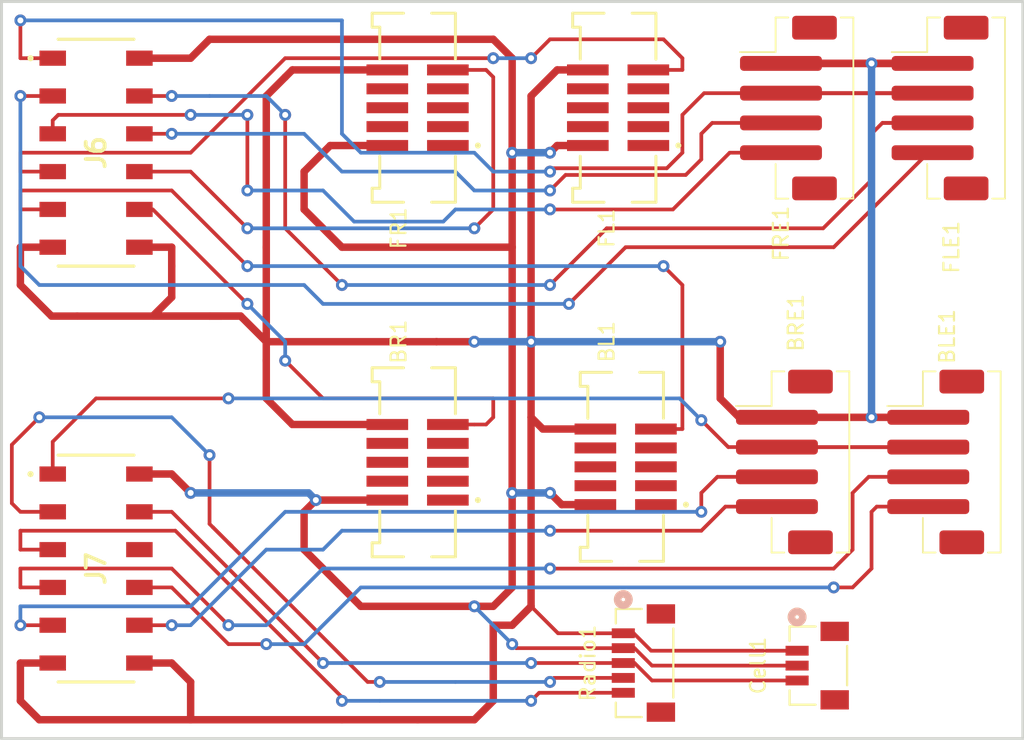
<source format=kicad_pcb>
(kicad_pcb (version 20221018) (generator pcbnew)
  (layers (0 "F.Cu" signal) (31 "B.Cu" signal) (34 "B.Paste" user) (35 "F.Paste" user) (36 "B.SilkS" user "B.Silkscreen") (37 "F.SilkS" user "F.Silkscreen") (38 "B.Mask" user) (39 "F.Mask" user) (44 "Edge.Cuts" user))
  (net 0 "")
  (net 2 "Net-(BL1-Pad02)")
  (net 9 "Net-(BL1-Pad09)")
  (net 17 "Net-(BR1-Pad09)")
  (net 25 "Net-(FL1-Pad09)")
  (net 33 "Net-(FR1-Pad09)")
  (net 34 "Net-(J7-Pad3)")
  (net 36 "Net-(Cell1-Pad3)")
  (net 37 "Net-(J7-Pad5)")
  (net 38 "Net-(BL1-Pad10)")
  (net 39 "Net-(BLE1-Pad2)")
  (net 40 "Net-(BLE1-Pad3)")
  (net 41 "Net-(BLE1-Pad4)")
  (net 42 "Net-(BRE1-Pad3)")
  (net 43 "Net-(BRE1-Pad4)")
  (net 44 "Net-(FLE1-Pad2)")
  (net 45 "Net-(FLE1-Pad3)")
  (net 46 "Net-(FLE1-Pad4)")
  (net 47 "Net-(FRE1-Pad3)")
  (net 48 "Net-(FRE1-Pad4)")
  (footprint "Connector_JST:JST_PH_B4B-PH-SM4-TB_1x04-1MP_P2.00mm_Vertical" (layer "F.Cu") (at 116.36 38.91 -90)
    (fp_text reference "FLE1" (at 9.35 -0.77 90) (layer "F.SilkS"))
    (fp_text value "B4B-PH-SM4-TB" hide)
    (pad "1" smd roundrect (at -3 0.5 270) (size 1 5.5) (layers "F.Cu" "F.Paste" "F.Mask") (net 38 "Net-(BL1-Pad10)"))
    (pad "2" smd roundrect (at -1 0.5 270) (size 1 5.5) (layers "F.Cu" "F.Paste" "F.Mask") (net 44 "Net-(FLE1-Pad2)"))
    (pad "3" smd roundrect (at 1 0.5 270) (size 1 5.5) (layers "F.Cu" "F.Paste" "F.Mask") (net 45 "Net-(FLE1-Pad3)"))
    (pad "4" smd roundrect (at 3 0.5 270) (size 1 5.5) (layers "F.Cu" "F.Paste" "F.Mask") (net 46 "Net-(FLE1-Pad4)"))
    (pad "MP" smd roundrect (at -5.4 -1.75 270) (size 1.6 3) (layers "F.Cu" "F.Paste" "F.Mask") (roundrect_rratio 0.15625))
    (pad "MP" smd roundrect (at 5.4 -1.75 270) (size 1.6 3) (layers "F.Cu" "F.Paste" "F.Mask") (roundrect_rratio 0.15625))
  )
  (footprint "KiCad:M207810645R" (layer "F.Cu") (at 59.69 41.91 -90)
    (fp_text reference "J6" (at 0 0 90) (layer "F.SilkS") (effects (font (size 1.27 1.27) (thickness 0.254))))
    (fp_text value "M20-7810645R" hide)
    (pad "" np_thru_hole circle (at -6.35 -1.27 270) (size 1.02 1.02) (drill 1.02) (layers "*.Cu" "*.Mask"))
    (pad "" np_thru_hole circle (at -6.35 1.27 270) (size 1.02 1.02) (drill 1.02) (layers "*.Cu" "*.Mask"))
    (pad "" np_thru_hole circle (at -5.08 0 270) (size 1.8 1.8) (drill 1.8) (layers "*.Cu" "*.Mask"))
    (pad "" np_thru_hole circle (at -3.81 -1.27 270) (size 1.02 1.02) (drill 1.02) (layers "*.Cu" "*.Mask"))
    (pad "" np_thru_hole circle (at -3.81 1.27 270) (size 1.02 1.02) (drill 1.02) (layers "*.Cu" "*.Mask"))
    (pad "" np_thru_hole circle (at -1.27 -1.27 270) (size 1.02 1.02) (drill 1.02) (layers "*.Cu" "*.Mask"))
    (pad "" np_thru_hole circle (at -1.27 1.27 270) (size 1.02 1.02) (drill 1.02) (layers "*.Cu" "*.Mask"))
    (pad "" np_thru_hole circle (at 1.27 -1.27 270) (size 1.02 1.02) (drill 1.02) (layers "*.Cu" "*.Mask"))
    (pad "" np_thru_hole circle (at 1.27 1.27 270) (size 1.02 1.02) (drill 1.02) (layers "*.Cu" "*.Mask"))
    (pad "" np_thru_hole circle (at 3.81 -1.27 270) (size 1.02 1.02) (drill 1.02) (layers "*.Cu" "*.Mask"))
    (pad "" np_thru_hole circle (at 3.81 1.27 270) (size 1.02 1.02) (drill 1.02) (layers "*.Cu" "*.Mask"))
    (pad "" np_thru_hole circle (at 5.08 0 270) (size 1.8 1.8) (drill 1.8) (layers "*.Cu" "*.Mask"))
    (pad "" np_thru_hole circle (at 6.35 -1.27 270) (size 1.02 1.02) (drill 1.02) (layers "*.Cu" "*.Mask"))
    (pad "" np_thru_hole circle (at 6.35 1.27 270) (size 1.02 1.02) (drill 1.02) (layers "*.Cu" "*.Mask"))
    (pad "1" smd rect (at -6.35 2.91 270) (size 1.02 1.78) (layers "F.Cu" "F.Paste" "F.Mask") (net 44 "Net-(FLE1-Pad2)"))
    (pad "2" smd rect (at -6.35 -2.91 270) (size 1.02 1.78) (layers "F.Cu" "F.Paste" "F.Mask") (net 2 "Net-(BL1-Pad02)"))
    (pad "3" smd rect (at -3.81 2.91 270) (size 1.02 1.78) (layers "F.Cu" "F.Paste" "F.Mask") (net 46 "Net-(FLE1-Pad4)"))
    (pad "4" smd rect (at -3.81 -2.91 270) (size 1.02 1.78) (layers "F.Cu" "F.Paste" "F.Mask") (net 45 "Net-(FLE1-Pad3)"))
    (pad "5" smd rect (at -1.27 2.91 270) (size 1.02 1.78) (layers "F.Cu" "F.Paste" "F.Mask") (net 48 "Net-(FRE1-Pad4)"))
    (pad "6" smd rect (at -1.27 -2.91 270) (size 1.02 1.78) (layers "F.Cu" "F.Paste" "F.Mask") (net 47 "Net-(FRE1-Pad3)"))
    (pad "7" smd rect (at 1.27 2.91 270) (size 1.02 1.78) (layers "F.Cu" "F.Paste" "F.Mask") (net 25 "Net-(FL1-Pad09)"))
    (pad "8" smd rect (at 1.27 -2.91 270) (size 1.02 1.78) (layers "F.Cu" "F.Paste" "F.Mask") (net 33 "Net-(FR1-Pad09)"))
    (pad "9" smd rect (at 3.81 2.91 270) (size 1.02 1.78) (layers "F.Cu" "F.Paste" "F.Mask") (net 9 "Net-(BL1-Pad09)"))
    (pad "10" smd rect (at 3.81 -2.91 270) (size 1.02 1.78) (layers "F.Cu" "F.Paste" "F.Mask") (net 17 "Net-(BR1-Pad09)"))
    (pad "11" smd rect (at 6.35 2.91 270) (size 1.02 1.78) (layers "F.Cu" "F.Paste" "F.Mask") (net 38 "Net-(BL1-Pad10)"))
    (pad "12" smd rect (at 6.35 -2.91 270) (size 1.02 1.78) (layers "F.Cu" "F.Paste" "F.Mask") (net 38 "Net-(BL1-Pad10)"))
  )
  (footprint "SHF-105-01-L-D-SM:SAMTEC_SHF-105-01-L-D-SM" (layer "F.Cu") (at 81.28 38.8875 90)
    (fp_text reference "FR1" (at -8.1025 -1.27 90) (layer "F.SilkS"))
    (fp_text value "SHF-105-01-L-D-SM" hide)
    (pad "" np_thru_hole circle (at -5.8675 0 90) (size 1.19 1.19) (drill 1.19) (layers "*.Cu" "*.Mask"))
    (pad "" np_thru_hole circle (at 5.8675 0 90) (size 1.19 1.19) (drill 1.19) (layers "*.Cu" "*.Mask"))
    (pad "01" smd rect (at -2.54 2.0325 90) (size 0.74 2.795) (layers "F.Cu" "F.Paste" "F.Mask"))
    (pad "02" smd rect (at -2.54 -2.0325 90) (size 0.74 2.795) (layers "F.Cu" "F.Paste" "F.Mask") (net 2 "Net-(BL1-Pad02)"))
    (pad "03" smd rect (at -1.27 2.0325 90) (size 0.74 2.795) (layers "F.Cu" "F.Paste" "F.Mask"))
    (pad "04" smd rect (at -1.27 -2.0325 90) (size 0.74 2.795) (layers "F.Cu" "F.Paste" "F.Mask"))
    (pad "05" smd rect (at 0 2.0325 90) (size 0.74 2.795) (layers "F.Cu" "F.Paste" "F.Mask"))
    (pad "06" smd rect (at 0 -2.0325 90) (size 0.74 2.795) (layers "F.Cu" "F.Paste" "F.Mask"))
    (pad "07" smd rect (at 1.27 2.0325 90) (size 0.74 2.795) (layers "F.Cu" "F.Paste" "F.Mask"))
    (pad "08" smd rect (at 1.27 -2.0325 90) (size 0.74 2.795) (layers "F.Cu" "F.Paste" "F.Mask"))
    (pad "09" smd rect (at 2.54 2.0325 90) (size 0.74 2.795) (layers "F.Cu" "F.Paste" "F.Mask") (net 33 "Net-(FR1-Pad09)"))
    (pad "10" smd rect (at 2.54 -2.0325 90) (size 0.74 2.795) (layers "F.Cu" "F.Paste" "F.Mask") (net 38 "Net-(BL1-Pad10)"))
  )
  (footprint "footprints1:CONN_BM03B-SRSS-TBLFSN_JST" (layer "F.Cu") (at 108.19 76.373401 90)
    (fp_text reference "Cell1" (at 0 -4.05 90 unlocked) (layer "F.SilkS"))
    (fp_text value "BM03B-SRSS-TBLFSN" hide)
    (pad "1" smd rect (at 1.000001 -1.4284 90) (size 0.6604 1.5494) (layers "F.Cu" "F.Paste" "F.Mask") (net 38 "Net-(BL1-Pad10)"))
    (pad "2" smd rect (at 0 -1.4284 90) (size 0.6604 1.5494) (layers "F.Cu" "F.Paste" "F.Mask") (net 2 "Net-(BL1-Pad02)"))
    (pad "3" smd rect (at -1.000001 -1.4284 90) (size 0.6604 1.5494) (layers "F.Cu" "F.Paste" "F.Mask") (net 36 "Net-(Cell1-Pad3)"))
    (pad "4" smd rect (at -2.3 1.096599 180) (size 1.905 1.2954) (layers "F.Cu" "F.Paste" "F.Mask"))
    (pad "5" smd rect (at 2.3 1.096599 180) (size 1.905 1.2954) (layers "F.Cu" "F.Paste" "F.Mask"))
  )
  (footprint "SHF-105-01-L-D-SM:SAMTEC_SHF-105-01-L-D-SM" (layer "F.Cu") (at 81.28 62.7125 90)
    (fp_text reference "BR1" (at 8.1025 -1.27 90) (layer "F.SilkS"))
    (fp_text value "SHF-105-01-L-D-SM" hide)
    (pad "" np_thru_hole circle (at -5.8675 0 90) (size 1.19 1.19) (drill 1.19) (layers "*.Cu" "*.Mask"))
    (pad "" np_thru_hole circle (at 5.8675 0 90) (size 1.19 1.19) (drill 1.19) (layers "*.Cu" "*.Mask"))
    (pad "01" smd rect (at -2.54 2.0325 90) (size 0.74 2.795) (layers "F.Cu" "F.Paste" "F.Mask"))
    (pad "02" smd rect (at -2.54 -2.0325 90) (size 0.74 2.795) (layers "F.Cu" "F.Paste" "F.Mask") (net 2 "Net-(BL1-Pad02)"))
    (pad "03" smd rect (at -1.27 2.0325 90) (size 0.74 2.795) (layers "F.Cu" "F.Paste" "F.Mask"))
    (pad "04" smd rect (at -1.27 -2.0325 90) (size 0.74 2.795) (layers "F.Cu" "F.Paste" "F.Mask"))
    (pad "05" smd rect (at 0 2.0325 90) (size 0.74 2.795) (layers "F.Cu" "F.Paste" "F.Mask"))
    (pad "06" smd rect (at 0 -2.0325 90) (size 0.74 2.795) (layers "F.Cu" "F.Paste" "F.Mask"))
    (pad "07" smd rect (at 1.27 2.0325 90) (size 0.74 2.795) (layers "F.Cu" "F.Paste" "F.Mask"))
    (pad "08" smd rect (at 1.27 -2.0325 90) (size 0.74 2.795) (layers "F.Cu" "F.Paste" "F.Mask"))
    (pad "09" smd rect (at 2.54 2.0325 90) (size 0.74 2.795) (layers "F.Cu" "F.Paste" "F.Mask") (net 17 "Net-(BR1-Pad09)"))
    (pad "10" smd rect (at 2.54 -2.0325 90) (size 0.74 2.795) (layers "F.Cu" "F.Paste" "F.Mask") (net 38 "Net-(BL1-Pad10)"))
  )
  (footprint "SHF-105-01-L-D-SM:SAMTEC_SHF-105-01-L-D-SM" (layer "F.Cu") (at 95.25 63.0175 90)
    (fp_text reference "BL1" (at 8.4075 -1.27 90) (layer "F.SilkS"))
    (fp_text value "SHF-105-01-L-D-SM" hide)
    (pad "" np_thru_hole circle (at -5.8675 0 90) (size 1.19 1.19) (drill 1.19) (layers "*.Cu" "*.Mask"))
    (pad "" np_thru_hole circle (at 5.8675 0 90) (size 1.19 1.19) (drill 1.19) (layers "*.Cu" "*.Mask"))
    (pad "01" smd rect (at -2.54 2.0325 90) (size 0.74 2.795) (layers "F.Cu" "F.Paste" "F.Mask"))
    (pad "02" smd rect (at -2.54 -2.0325 90) (size 0.74 2.795) (layers "F.Cu" "F.Paste" "F.Mask") (net 2 "Net-(BL1-Pad02)"))
    (pad "03" smd rect (at -1.27 2.0325 90) (size 0.74 2.795) (layers "F.Cu" "F.Paste" "F.Mask"))
    (pad "04" smd rect (at -1.27 -2.0325 90) (size 0.74 2.795) (layers "F.Cu" "F.Paste" "F.Mask"))
    (pad "05" smd rect (at 0 2.0325 90) (size 0.74 2.795) (layers "F.Cu" "F.Paste" "F.Mask"))
    (pad "06" smd rect (at 0 -2.0325 90) (size 0.74 2.795) (layers "F.Cu" "F.Paste" "F.Mask"))
    (pad "07" smd rect (at 1.27 2.0325 90) (size 0.74 2.795) (layers "F.Cu" "F.Paste" "F.Mask"))
    (pad "08" smd rect (at 1.27 -2.0325 90) (size 0.74 2.795) (layers "F.Cu" "F.Paste" "F.Mask"))
    (pad "09" smd rect (at 2.54 2.0325 90) (size 0.74 2.795) (layers "F.Cu" "F.Paste" "F.Mask") (net 9 "Net-(BL1-Pad09)"))
    (pad "10" smd rect (at 2.54 -2.0325 90) (size 0.74 2.795) (layers "F.Cu" "F.Paste" "F.Mask") (net 38 "Net-(BL1-Pad10)"))
  )
  (footprint "SHF-105-01-L-D-SM:SAMTEC_SHF-105-01-L-D-SM" (layer "F.Cu") (at 94.7425 38.8875 90)
    (fp_text reference "FL1" (at -8.1025 -0.7625 90) (layer "F.SilkS"))
    (fp_text value "SHF-105-01-L-D-SM" hide)
    (pad "" np_thru_hole circle (at -5.8675 0 90) (size 1.19 1.19) (drill 1.19) (layers "*.Cu" "*.Mask"))
    (pad "" np_thru_hole circle (at 5.8675 0 90) (size 1.19 1.19) (drill 1.19) (layers "*.Cu" "*.Mask"))
    (pad "01" smd rect (at -2.54 2.0325 90) (size 0.74 2.795) (layers "F.Cu" "F.Paste" "F.Mask"))
    (pad "02" smd rect (at -2.54 -2.0325 90) (size 0.74 2.795) (layers "F.Cu" "F.Paste" "F.Mask") (net 2 "Net-(BL1-Pad02)"))
    (pad "03" smd rect (at -1.27 2.0325 90) (size 0.74 2.795) (layers "F.Cu" "F.Paste" "F.Mask"))
    (pad "04" smd rect (at -1.27 -2.0325 90) (size 0.74 2.795) (layers "F.Cu" "F.Paste" "F.Mask"))
    (pad "05" smd rect (at 0 2.0325 90) (size 0.74 2.795) (layers "F.Cu" "F.Paste" "F.Mask"))
    (pad "06" smd rect (at 0 -2.0325 90) (size 0.74 2.795) (layers "F.Cu" "F.Paste" "F.Mask"))
    (pad "07" smd rect (at 1.27 2.0325 90) (size 0.74 2.795) (layers "F.Cu" "F.Paste" "F.Mask"))
    (pad "08" smd rect (at 1.27 -2.0325 90) (size 0.74 2.795) (layers "F.Cu" "F.Paste" "F.Mask"))
    (pad "09" smd rect (at 2.54 2.0325 90) (size 0.74 2.795) (layers "F.Cu" "F.Paste" "F.Mask") (net 25 "Net-(FL1-Pad09)"))
    (pad "10" smd rect (at 2.54 -2.0325 90) (size 0.74 2.795) (layers "F.Cu" "F.Paste" "F.Mask") (net 38 "Net-(BL1-Pad10)"))
  )
  (footprint "footprints:CONN_BM05B-SRSS-TB_JST" (layer "F.Cu") (at 96.52 76.2 90)
    (fp_text reference "Radio1" (at 0 -3.81 90 unlocked) (layer "F.SilkS"))
    (fp_text value "BM05B-SRSS-TBLFSN" hide)
    (pad "1" smd rect (at 2.000001 -1.4284 90) (size 0.6604 1.5494) (layers "F.Cu" "F.Paste" "F.Mask") (net 38 "Net-(BL1-Pad10)"))
    (pad "2" smd rect (at 1.000001 -1.4284 90) (size 0.6604 1.5494) (layers "F.Cu" "F.Paste" "F.Mask") (net 2 "Net-(BL1-Pad02)"))
    (pad "3" smd rect (at 0 -1.4284 90) (size 0.6604 1.5494) (layers "F.Cu" "F.Paste" "F.Mask") (net 36 "Net-(Cell1-Pad3)"))
    (pad "4" smd rect (at -1.000001 -1.4284 90) (size 0.6604 1.5494) (layers "F.Cu" "F.Paste" "F.Mask") (net 34 "Net-(J7-Pad3)"))
    (pad "5" smd rect (at -2.000001 -1.4284 90) (size 0.6604 1.5494) (layers "F.Cu" "F.Paste" "F.Mask") (net 37 "Net-(J7-Pad5)"))
    (pad "6" smd rect (at -3.299998 1.096599 90) (size 1.2954 1.905) (layers "F.Cu" "F.Paste" "F.Mask"))
    (pad "7" smd rect (at 3.299998 1.096599 90) (size 1.2954 1.905) (layers "F.Cu" "F.Paste" "F.Mask"))
  )
  (footprint "Connector_JST:JST_PH_B4B-PH-SM4-TB_1x04-1MP_P2.00mm_Vertical" (layer "F.Cu") (at 105.91 62.69 -90)
    (fp_text reference "BRE1" (at -9.35 -0.77 90) (layer "F.SilkS"))
    (fp_text value "B4B-PH-SM4-TB" hide)
    (pad "1" smd roundrect (at -3 0.5 270) (size 1 5.5) (layers "F.Cu" "F.Paste" "F.Mask") (net 38 "Net-(BL1-Pad10)"))
    (pad "2" smd roundrect (at -1 0.5 270) (size 1 5.5) (layers "F.Cu" "F.Paste" "F.Mask") (net 39 "Net-(BLE1-Pad2)"))
    (pad "3" smd roundrect (at 1 0.5 270) (size 1 5.5) (layers "F.Cu" "F.Paste" "F.Mask") (net 42 "Net-(BRE1-Pad3)"))
    (pad "4" smd roundrect (at 3 0.5 270) (size 1 5.5) (layers "F.Cu" "F.Paste" "F.Mask") (net 43 "Net-(BRE1-Pad4)"))
    (pad "MP" smd roundrect (at -5.4 -1.75 270) (size 1.6 3) (layers "F.Cu" "F.Paste" "F.Mask") (roundrect_rratio 0.15625))
    (pad "MP" smd roundrect (at 5.4 -1.75 270) (size 1.6 3) (layers "F.Cu" "F.Paste" "F.Mask") (roundrect_rratio 0.15625))
  )
  (footprint "Connector_JST:JST_PH_B4B-PH-SM4-TB_1x04-1MP_P2.00mm_Vertical" (layer "F.Cu") (at 106.18 38.91 -90)
    (fp_text reference "FRE1" (at 8.43 0.5 90) (layer "F.SilkS"))
    (fp_text value "B4B-PH-SM4-TB" hide)
    (pad "1" smd roundrect (at -3 0.5 270) (size 1 5.5) (layers "F.Cu" "F.Paste" "F.Mask") (net 38 "Net-(BL1-Pad10)"))
    (pad "2" smd roundrect (at -1 0.5 270) (size 1 5.5) (layers "F.Cu" "F.Paste" "F.Mask") (net 44 "Net-(FLE1-Pad2)"))
    (pad "3" smd roundrect (at 1 0.5 270) (size 1 5.5) (layers "F.Cu" "F.Paste" "F.Mask") (net 47 "Net-(FRE1-Pad3)"))
    (pad "4" smd roundrect (at 3 0.5 270) (size 1 5.5) (layers "F.Cu" "F.Paste" "F.Mask") (net 48 "Net-(FRE1-Pad4)"))
    (pad "MP" smd roundrect (at -5.4 -1.75 270) (size 1.6 3) (layers "F.Cu" "F.Paste" "F.Mask") (roundrect_rratio 0.15625))
    (pad "MP" smd roundrect (at 5.4 -1.75 270) (size 1.6 3) (layers "F.Cu" "F.Paste" "F.Mask") (roundrect_rratio 0.15625))
  )
  (footprint "Connector_JST:JST_PH_B4B-PH-SM4-TB_1x04-1MP_P2.00mm_Vertical" (layer "F.Cu") (at 116.07 62.69 -90)
    (fp_text reference "BLE1" (at -8.43 -0.77 90) (layer "F.SilkS"))
    (fp_text value "B4B-PH-SM4-TB" hide)
    (pad "1" smd roundrect (at -3 0.5 270) (size 1 5.5) (layers "F.Cu" "F.Paste" "F.Mask") (net 38 "Net-(BL1-Pad10)"))
    (pad "2" smd roundrect (at -1 0.5 270) (size 1 5.5) (layers "F.Cu" "F.Paste" "F.Mask") (net 39 "Net-(BLE1-Pad2)"))
    (pad "3" smd roundrect (at 1 0.5 270) (size 1 5.5) (layers "F.Cu" "F.Paste" "F.Mask") (net 40 "Net-(BLE1-Pad3)"))
    (pad "4" smd roundrect (at 3 0.5 270) (size 1 5.5) (layers "F.Cu" "F.Paste" "F.Mask") (net 41 "Net-(BLE1-Pad4)"))
    (pad "MP" smd roundrect (at -5.4 -1.75 270) (size 1.6 3) (layers "F.Cu" "F.Paste" "F.Mask") (roundrect_rratio 0.15625))
    (pad "MP" smd roundrect (at 5.4 -1.75 270) (size 1.6 3) (layers "F.Cu" "F.Paste" "F.Mask") (roundrect_rratio 0.15625))
  )
  (footprint "KiCad:M207810645R" (layer "F.Cu") (at 59.69 69.85 -90)
    (fp_text reference "J7" (at 0 0 90) (layer "F.SilkS") (effects (font (size 1.27 1.27) (thickness 0.254))))
    (fp_text value "M20-7810645R" hide)
    (pad "" np_thru_hole circle (at -6.35 -1.27 270) (size 1.02 1.02) (drill 1.02) (layers "*.Cu" "*.Mask"))
    (pad "" np_thru_hole circle (at -6.35 1.27 270) (size 1.02 1.02) (drill 1.02) (layers "*.Cu" "*.Mask"))
    (pad "" np_thru_hole circle (at -5.08 0 270) (size 1.8 1.8) (drill 1.8) (layers "*.Cu" "*.Mask"))
    (pad "" np_thru_hole circle (at -3.81 -1.27 270) (size 1.02 1.02) (drill 1.02) (layers "*.Cu" "*.Mask"))
    (pad "" np_thru_hole circle (at -3.81 1.27 270) (size 1.02 1.02) (drill 1.02) (layers "*.Cu" "*.Mask"))
    (pad "" np_thru_hole circle (at -1.27 -1.27 270) (size 1.02 1.02) (drill 1.02) (layers "*.Cu" "*.Mask"))
    (pad "" np_thru_hole circle (at -1.27 1.27 270) (size 1.02 1.02) (drill 1.02) (layers "*.Cu" "*.Mask"))
    (pad "" np_thru_hole circle (at 1.27 -1.27 270) (size 1.02 1.02) (drill 1.02) (layers "*.Cu" "*.Mask"))
    (pad "" np_thru_hole circle (at 1.27 1.27 270) (size 1.02 1.02) (drill 1.02) (layers "*.Cu" "*.Mask"))
    (pad "" np_thru_hole circle (at 3.81 -1.27 270) (size 1.02 1.02) (drill 1.02) (layers "*.Cu" "*.Mask"))
    (pad "" np_thru_hole circle (at 3.81 1.27 270) (size 1.02 1.02) (drill 1.02) (layers "*.Cu" "*.Mask"))
    (pad "" np_thru_hole circle (at 5.08 0 270) (size 1.8 1.8) (drill 1.8) (layers "*.Cu" "*.Mask"))
    (pad "" np_thru_hole circle (at 6.35 -1.27 270) (size 1.02 1.02) (drill 1.02) (layers "*.Cu" "*.Mask"))
    (pad "" np_thru_hole circle (at 6.35 1.27 270) (size 1.02 1.02) (drill 1.02) (layers "*.Cu" "*.Mask"))
    (pad "1" smd rect (at -6.35 2.91 270) (size 1.02 1.78) (layers "F.Cu" "F.Paste" "F.Mask") (net 39 "Net-(BLE1-Pad2)"))
    (pad "2" smd rect (at -6.35 -2.91 270) (size 1.02 1.78) (layers "F.Cu" "F.Paste" "F.Mask") (net 2 "Net-(BL1-Pad02)"))
    (pad "3" smd rect (at -3.81 2.91 270) (size 1.02 1.78) (layers "F.Cu" "F.Paste" "F.Mask") (net 34 "Net-(J7-Pad3)"))
    (pad "4" smd rect (at -3.81 -2.91 270) (size 1.02 1.78) (layers "F.Cu" "F.Paste" "F.Mask") (net 36 "Net-(Cell1-Pad3)"))
    (pad "5" smd rect (at -1.27 2.91 270) (size 1.02 1.78) (layers "F.Cu" "F.Paste" "F.Mask") (net 37 "Net-(J7-Pad5)"))
    (pad "6" smd rect (at -1.27 -2.91 270) (size 1.02 1.78) (layers "F.Cu" "F.Paste" "F.Mask"))
    (pad "7" smd rect (at 1.27 2.91 270) (size 1.02 1.78) (layers "F.Cu" "F.Paste" "F.Mask") (net 40 "Net-(BLE1-Pad3)"))
    (pad "8" smd rect (at 1.27 -2.91 270) (size 1.02 1.78) (layers "F.Cu" "F.Paste" "F.Mask") (net 41 "Net-(BLE1-Pad4)"))
    (pad "9" smd rect (at 3.81 2.91 270) (size 1.02 1.78) (layers "F.Cu" "F.Paste" "F.Mask") (net 42 "Net-(BRE1-Pad3)"))
    (pad "10" smd rect (at 3.81 -2.91 270) (size 1.02 1.78) (layers "F.Cu" "F.Paste" "F.Mask") (net 43 "Net-(BRE1-Pad4)"))
    (pad "11" smd rect (at 6.35 2.91 270) (size 1.02 1.78) (layers "F.Cu" "F.Paste" "F.Mask") (net 38 "Net-(BL1-Pad10)"))
    (pad "12" smd rect (at 6.35 -2.91 270) (size 1.02 1.78) (layers "F.Cu" "F.Paste" "F.Mask") (net 38 "Net-(BL1-Pad10)"))
  )
  (gr_rect (start 53.34 31.75) (end 121.92 81.28) (stroke (width 0.2)) (fill none) (layer "Edge.Cuts"))
  (segment (start 87.63 71.12) (end 86.36 72.39) (width 0.5) (layer "F.Cu") (net 2))
  (segment (start 90.9575 65.5575) (end 90.17 64.77) (width 0.5) (layer "F.Cu") (net 2))
  (segment (start 90.6525 41.4275) (end 92.71 41.4275) (width 0.5) (layer "F.Cu") (net 2))
  (segment (start 86.36 34.29) (end 67.31 34.29) (width 0.5) (layer "F.Cu") (net 2))
  (segment (start 66.04 64.77) (end 64.77 63.5) (width 0.5) (layer "F.Cu") (net 2))
  (segment (start 87.899999 75.199999) (end 87.63 74.93) (width 0.25) (layer "F.Cu") (net 2))
  (segment (start 79.2475 41.4275) (end 75.4125 41.4275) (width 0.5) (layer "F.Cu") (net 2))
  (segment (start 93.2175 65.5575) (end 90.9575 65.5575) (width 0.5) (layer "F.Cu") (net 2))
  (segment (start 77.47 72.39) (end 73.66 68.58) (width 0.5) (layer "F.Cu") (net 2))
  (segment (start 97.019901 76.373401) (end 95.846499 75.199999) (width 0.25) (layer "F.Cu") (net 2))
  (segment (start 73.66 45.72) (end 76.2 48.26) (width 0.5) (layer "F.Cu") (net 2))
  (segment (start 73.66 68.58) (end 73.66 66.04) (width 0.5) (layer "F.Cu") (net 2))
  (segment (start 86.36 72.39) (end 77.47 72.39) (width 0.5) (layer "F.Cu") (net 2))
  (segment (start 73.66 43.18) (end 73.66 45.72) (width 0.5) (layer "F.Cu") (net 2))
  (segment (start 87.63 64.77) (end 87.63 71.12) (width 0.5) (layer "F.Cu") (net 2))
  (segment (start 86.36 34.29) (end 87.63 35.56) (width 0.5) (layer "F.Cu") (net 2))
  (segment (start 90.6525 41.4275) (end 90.17 41.91) (width 0.5) (layer "F.Cu") (net 2))
  (segment (start 87.63 64.77) (end 87.63 48.26) (width 0.5) (layer "F.Cu") (net 2))
  (segment (start 67.31 34.29) (end 66.04 35.56) (width 0.5) (layer "F.Cu") (net 2))
  (segment (start 95.846499 75.199999) (end 95.0916 75.199999) (width 0.25) (layer "F.Cu") (net 2))
  (segment (start 75.4125 41.4275) (end 73.66 43.18) (width 0.5) (layer "F.Cu") (net 2))
  (segment (start 74.4475 65.2525) (end 73.66 66.04) (width 0.5) (layer "F.Cu") (net 2))
  (segment (start 64.77 63.5) (end 62.6 63.5) (width 0.5) (layer "F.Cu") (net 2))
  (segment (start 66.04 35.56) (end 62.6 35.56) (width 0.5) (layer "F.Cu") (net 2))
  (segment (start 79.2475 65.2525) (end 74.4475 65.2525) (width 0.5) (layer "F.Cu") (net 2))
  (segment (start 106.7616 76.373401) (end 97.019901 76.373401) (width 0.25) (layer "F.Cu") (net 2))
  (segment (start 95.0916 75.199999) (end 87.899999 75.199999) (width 0.25) (layer "F.Cu") (net 2))
  (segment (start 87.63 35.56) (end 87.63 48.26) (width 0.5) (layer "F.Cu") (net 2))
  (segment (start 76.2 48.26) (end 87.63 48.26) (width 0.5) (layer "F.Cu") (net 2))
  (via (at 85.09 72.39) (size 0.8) (drill 0.4) (layers "F.Cu" "B.Cu") (net 2))
  (via (at 87.63 64.77) (size 0.8) (drill 0.4) (layers "F.Cu" "B.Cu") (net 2))
  (via (at 90.17 41.91) (size 0.8) (drill 0.4) (layers "F.Cu" "B.Cu") (net 2))
  (via (at 90.17 64.77) (size 0.8) (drill 0.4) (layers "F.Cu" "B.Cu") (net 2))
  (via (at 66.04 64.77) (size 0.8) (drill 0.4) (layers "F.Cu" "B.Cu") (net 2))
  (via (at 87.63 41.91) (size 0.8) (drill 0.4) (layers "F.Cu" "B.Cu") (net 2))
  (via (at 74.4475 65.2525) (size 0.8) (drill 0.4) (layers "F.Cu" "B.Cu") (net 2))
  (via (at 87.63 74.93) (size 0.8) (drill 0.4) (layers "F.Cu" "B.Cu") (net 2))
  (segment (start 90.17 41.91) (end 87.63 41.91) (width 0.5) (layer "B.Cu") (net 2))
  (segment (start 66.04 64.77) (end 73.965 64.77) (width 0.5) (layer "B.Cu") (net 2))
  (segment (start 73.965 64.77) (end 74.4475 65.2525) (width 0.5) (layer "B.Cu") (net 2))
  (segment (start 87.63 74.93) (end 85.09 72.39) (width 0.25) (layer "B.Cu") (net 2))
  (segment (start 90.17 64.77) (end 87.63 64.77) (width 0.5) (layer "B.Cu") (net 2))
  (segment (start 99.06 60.4775) (end 99.06 50.8) (width 0.25) (layer "F.Cu") (net 9))
  (segment (start 99.06 50.8) (end 97.79 49.53) (width 0.25) (layer "F.Cu") (net 9))
  (segment (start 54.61 45.72) (end 54.61 44.45) (width 0.25) (layer "F.Cu") (net 9))
  (segment (start 99.06 60.4775) (end 97.2825 60.4775) (width 0.25) (layer "F.Cu") (net 9))
  (segment (start 54.61 45.72) (end 56.78 45.72) (width 0.25) (layer "F.Cu") (net 9))
  (segment (start 69.85 49.53) (end 64.77 44.45) (width 0.25) (layer "F.Cu") (net 9))
  (segment (start 64.77 44.45) (end 54.61 44.45) (width 0.25) (layer "F.Cu") (net 9))
  (via (at 69.85 49.53) (size 0.8) (drill 0.4) (layers "F.Cu" "B.Cu") (net 9))
  (via (at 97.79 49.53) (size 0.8) (drill 0.4) (layers "F.Cu" "B.Cu") (net 9))
  (segment (start 69.85 49.53) (end 97.79 49.53) (width 0.25) (layer "B.Cu") (net 9))
  (segment (start 86.36 58.42) (end 74.93 58.42) (width 0.25) (layer "F.Cu") (net 17))
  (segment (start 85.09 60.1725) (end 85.8775 60.1725) (width 0.25) (layer "F.Cu") (net 17))
  (segment (start 85.09 60.1725) (end 83.0325 60.1725) (width 0.25) (layer "F.Cu") (net 17))
  (segment (start 74.93 58.42) (end 72.39 55.88) (width 0.25) (layer "F.Cu") (net 17))
  (segment (start 85.8775 60.1725) (end 86.36 59.69) (width 0.25) (layer "F.Cu") (net 17))
  (segment (start 63.5 45.72) (end 68.58 50.8) (width 0.25) (layer "F.Cu") (net 17))
  (segment (start 68.58 50.8) (end 69.85 52.07) (width 0.25) (layer "F.Cu") (net 17))
  (segment (start 86.36 59.69) (end 86.36 58.42) (width 0.25) (layer "F.Cu") (net 17))
  (via (at 69.85 52.07) (size 0.8) (drill 0.4) (layers "F.Cu" "B.Cu") (net 17))
  (via (at 72.39 55.88) (size 0.8) (drill 0.4) (layers "F.Cu" "B.Cu") (net 17))
  (segment (start 72.39 54.61) (end 72.39 55.88) (width 0.25) (layer "B.Cu") (net 17))
  (segment (start 69.85 52.07) (end 72.39 54.61) (width 0.25) (layer "B.Cu") (net 17))
  (segment (start 54.61 41.91) (end 54.61 43.18) (width 0.25) (layer "F.Cu") (net 25))
  (segment (start 72.39 35.56) (end 86.36 35.56) (width 0.25) (layer "F.Cu") (net 25))
  (segment (start 99.06 36.3475) (end 96.775 36.3475) (width 0.25) (layer "F.Cu") (net 25))
  (segment (start 90.17 34.29) (end 97.79 34.29) (width 0.25) (layer "F.Cu") (net 25))
  (segment (start 54.61 43.18) (end 56.78 43.18) (width 0.25) (layer "F.Cu") (net 25))
  (segment (start 99.06 35.56) (end 97.79 34.29) (width 0.25) (layer "F.Cu") (net 25))
  (segment (start 66.04 41.91) (end 54.61 41.91) (width 0.25) (layer "F.Cu") (net 25))
  (segment (start 88.9 35.56) (end 90.17 34.29) (width 0.25) (layer "F.Cu") (net 25))
  (segment (start 72.39 35.56) (end 66.04 41.91) (width 0.25) (layer "F.Cu") (net 25))
  (segment (start 99.06 35.56) (end 99.06 36.3475) (width 0.25) (layer "F.Cu") (net 25))
  (via (at 86.36 35.56) (size 0.8) (drill 0.4) (layers "F.Cu" "B.Cu") (net 25))
  (via (at 88.9 35.56) (size 0.8) (drill 0.4) (layers "F.Cu" "B.Cu") (net 25))
  (segment (start 87.63 35.56) (end 88.9 35.56) (width 0.25) (layer "B.Cu") (net 25))
  (segment (start 86.36 35.56) (end 87.63 35.56) (width 0.25) (layer "B.Cu") (net 25))
  (segment (start 83.3125 36.3475) (end 85.8775 36.3475) (width 0.25) (layer "F.Cu") (net 33))
  (segment (start 85.8775 36.3475) (end 86.36 36.83) (width 0.25) (layer "F.Cu") (net 33))
  (segment (start 86.36 36.83) (end 86.36 45.72) (width 0.25) (layer "F.Cu") (net 33))
  (segment (start 86.36 45.72) (end 85.09 46.99) (width 0.25) (layer "F.Cu") (net 33))
  (segment (start 62.6 43.18) (end 66.04 43.18) (width 0.25) (layer "F.Cu") (net 33))
  (segment (start 66.04 43.18) (end 69.85 46.99) (width 0.25) (layer "F.Cu") (net 33))
  (via (at 85.09 46.99) (size 0.8) (drill 0.4) (layers "F.Cu" "B.Cu") (net 33))
  (via (at 69.85 46.99) (size 0.8) (drill 0.4) (layers "F.Cu" "B.Cu") (net 33))
  (segment (start 85.09 46.99) (end 69.85 46.99) (width 0.25) (layer "B.Cu") (net 33))
  (segment (start 54.035 65.465) (end 54.61 66.04) (width 0.25) (layer "F.Cu") (net 34))
  (segment (start 67.538414 67.081586) (end 77.926828 77.47) (width 0.25) (layer "F.Cu") (net 34))
  (segment (start 67.31 66.853172) (end 67.31 62.23) (width 0.25) (layer "F.Cu") (net 34))
  (segment (start 68.58 68.123173) (end 68.808414 68.351586) (width 0.25) (layer "F.Cu") (net 34))
  (segment (start 54.035 61.535) (end 54.035 65.465) (width 0.25) (layer "F.Cu") (net 34))
  (segment (start 55.88 59.69) (end 54.035 61.535) (width 0.25) (layer "F.Cu") (net 34))
  (segment (start 95.0916 77.200001) (end 90.439999 77.200001) (width 0.25) (layer "F.Cu") (net 34))
  (segment (start 90.439999 77.200001) (end 90.17 77.47) (width 0.25) (layer "F.Cu") (net 34))
  (segment (start 54.61 66.04) (end 56.78 66.04) (width 0.25) (layer "F.Cu") (net 34))
  (segment (start 77.926828 77.47) (end 78.74 77.47) (width 0.25) (layer "F.Cu") (net 34))
  (segment (start 68.808414 68.351586) (end 67.538414 67.081586) (width 0.25) (layer "F.Cu") (net 34))
  (segment (start 67.538414 67.081586) (end 67.31 66.853172) (width 0.25) (layer "F.Cu") (net 34))
  (via (at 90.17 77.47) (size 0.8) (drill 0.4) (layers "F.Cu" "B.Cu") (net 34))
  (via (at 67.31 62.23) (size 0.8) (drill 0.4) (layers "F.Cu" "B.Cu") (net 34))
  (via (at 55.88 59.69) (size 0.8) (drill 0.4) (layers "F.Cu" "B.Cu") (net 34))
  (via (at 78.74 77.47) (size 0.8) (drill 0.4) (layers "F.Cu" "B.Cu") (net 34))
  (segment (start 64.77 59.69) (end 67.31 62.23) (width 0.25) (layer "B.Cu") (net 34))
  (segment (start 55.88 59.69) (end 64.77 59.69) (width 0.25) (layer "B.Cu") (net 34))
  (segment (start 78.74 77.47) (end 83.82 77.47) (width 0.25) (layer "B.Cu") (net 34))
  (segment (start 90.17 77.47) (end 83.82 77.47) (width 0.25) (layer "B.Cu") (net 34))
  (segment (start 95.0916 76.2) (end 88.9 76.2) (width 0.25) (layer "F.Cu") (net 36))
  (segment (start 95.846499 76.2) (end 95.0916 76.2) (width 0.25) (layer "F.Cu") (net 36))
  (segment (start 106.7616 77.373402) (end 97.019901 77.373402) (width 0.25) (layer "F.Cu") (net 36))
  (segment (start 62.6 66.04) (end 64.77 66.04) (width 0.25) (layer "F.Cu") (net 36))
  (segment (start 97.019901 77.373402) (end 95.846499 76.2) (width 0.25) (layer "F.Cu") (net 36))
  (segment (start 74.93 76.2) (end 64.77 66.04) (width 0.25) (layer "F.Cu") (net 36))
  (via (at 88.9 76.2) (size 0.8) (drill 0.4) (layers "F.Cu" "B.Cu") (net 36))
  (via (at 74.93 76.2) (size 0.8) (drill 0.4) (layers "F.Cu" "B.Cu") (net 36))
  (segment (start 76.2 76.2) (end 88.9 76.2) (width 0.25) (layer "B.Cu") (net 36))
  (segment (start 74.93 76.2) (end 76.2 76.2) (width 0.25) (layer "B.Cu") (net 36))
  (segment (start 56.78 68.58) (end 54.61 68.58) (width 0.25) (layer "F.Cu") (net 37))
  (segment (start 95.0916 78.200001) (end 89.439999 78.200001) (width 0.25) (layer "F.Cu") (net 37))
  (segment (start 54.61 68.58) (end 54.61 67.31) (width 0.25) (layer "F.Cu") (net 37))
  (segment (start 89.439999 78.200001) (end 88.9 78.74) (width 0.25) (layer "F.Cu") (net 37))
  (segment (start 65.014695 67.31) (end 76.2 78.495306) (width 0.25) (layer "F.Cu") (net 37))
  (segment (start 54.61 67.31) (end 65.014695 67.31) (width 0.25) (layer "F.Cu") (net 37))
  (segment (start 76.2 78.495306) (end 76.2 78.74) (width 0.25) (layer "F.Cu") (net 37))
  (via (at 88.9 78.74) (size 0.8) (drill 0.4) (layers "F.Cu" "B.Cu") (net 37))
  (via (at 76.2 78.74) (size 0.8) (drill 0.4) (layers "F.Cu" "B.Cu") (net 37))
  (segment (start 78.74 78.74) (end 88.9 78.74) (width 0.25) (layer "B.Cu") (net 37))
  (segment (start 76.2 78.74) (end 78.74 78.74) (width 0.25) (layer "B.Cu") (net 37))
  (segment (start 111.41 35.91) (end 105.68 35.91) (width 0.5) (layer "F.Cu") (net 38))
  (segment (start 115.86 35.91) (end 105.68 35.91) (width 0.25) (layer "F.Cu") (net 38))
  (segment (start 71.12 38.1) (end 71.12 48.26) (width 0.5) (layer "F.Cu") (net 38))
  (segment (start 54.61 48.26) (end 54.61 50.8) (width 0.5) (layer "F.Cu") (net 38))
  (segment (start 58.42 52.89) (end 69.4 52.89) (width 0.5) (layer "F.Cu") (net 38))
  (segment (start 79.2475 60.1725) (end 72.8725 60.1725) (width 0.5) (layer "F.Cu") (net 38))
  (segment (start 64.77 49.53) (end 64.77 51.62) (width 0.5) (layer "F.Cu") (net 38))
  (segment (start 95.789999 74.199999) (end 95.0916 74.199999) (width 0.25) (layer "F.Cu") (net 38))
  (segment (start 66.04 77.47) (end 66.04 80.01) (width 0.5) (layer "F.Cu") (net 38))
  (segment (start 111.76 59.69) (end 115.22 59.69) (width 0.5) (layer "F.Cu") (net 38))
  (segment (start 79.2475 36.3475) (end 72.8725 36.3475) (width 0.5) (layer "F.Cu") (net 38))
  (segment (start 64.77 48.26) (end 62.6 48.26) (width 0.5) (layer "F.Cu") (net 38))
  (segment (start 96.9634 75.3734) (end 95.789999 74.199999) (width 0.25) (layer "F.Cu") (net 38))
  (segment (start 56.78 76.2) (end 54.61 76.2) (width 0.5) (layer "F.Cu") (net 38))
  (segment (start 71.12 54.61) (end 82.55 54.61) (width 0.5) (layer "F.Cu") (net 38))
  (segment (start 54.61 76.2) (end 54.61 78.74) (width 0.5) (layer "F.Cu") (net 38))
  (segment (start 116.84 35.91) (end 112.11 35.91) (width 0.5) (layer "F.Cu") (net 38))
  (segment (start 115.22 59.69) (end 115.57 60.04) (width 0.25) (layer "F.Cu") (net 38))
  (segment (start 66.04 77.47) (end 64.77 76.2) (width 0.5) (layer "F.Cu") (net 38))
  (segment (start 71.12 48.26) (end 71.12 54.61) (width 0.5) (layer "F.Cu") (net 38))
  (segment (start 106.7616 75.3734) (end 96.9634 75.3734) (width 0.25) (layer "F.Cu") (net 38))
  (segment (start 95.0916 74.199999) (end 90.709999 74.199999) (width 0.25) (layer "F.Cu") (net 38))
  (segment (start 116.84 35.91) (end 107.03 35.91) (width 0.5) (layer "F.Cu") (net 38))
  (segment (start 102.87 59.69) (end 105.41 59.69) (width 0.5) (layer "F.Cu") (net 38))
  (segment (start 87.63 73.66) (end 86.36 73.66) (width 0.5) (layer "F.Cu") (net 38))
  (segment (start 90.6525 36.3475) (end 92.71 36.3475) (width 0.5) (layer "F.Cu") (net 38))
  (segment (start 56.7 52.89) (end 58.42 52.89) (width 0.5) (layer "F.Cu") (net 38))
  (segment (start 54.61 50.8) (end 56.7 52.89) (width 0.5) (layer "F.Cu") (net 38))
  (segment (start 66.04 80.01) (end 55.88 80.01) (width 0.5) (layer "F.Cu") (net 38))
  (segment (start 88.9 72.39) (end 87.63 73.66) (width 0.5) (layer "F.Cu") (net 38))
  (segment (start 72.8725 36.3475) (end 72.39 36.83) (width 0.5) (layer "F.Cu") (net 38))
  (segment (start 86.36 78.74) (end 86.36 73.66) (width 0.5) (layer "F.Cu") (net 38))
  (segment (start 105.41 59.69) (end 111.76 59.69) (width 0.5) (layer "F.Cu") (net 38))
  (segment (start 69.4 52.89) (end 67.31 52.89) (width 0.5) (layer "F.Cu") (net 38))
  (segment (start 88.9 59.69) (end 88.9 72.39) (width 0.5) (layer "F.Cu") (net 38))
  (segment (start 115.57 59.69) (end 105.41 59.69) (width 0.25) (layer "F.Cu") (net 38))
  (segment (start 64.77 76.2) (end 62.6 76.2) (width 0.5) (layer "F.Cu") (net 38))
  (segment (start 81.28 80.01) (end 76.2 80.01) (width 0.5) (layer "F.Cu") (net 38))
  (segment (start 72.8725 60.1725) (end 71.12 58.42) (width 0.5) (layer "F.Cu") (net 38))
  (segment (start 71.12 54.61) (end 69.4 52.89) (width 0.5) (layer "F.Cu") (net 38))
  (segment (start 72.39 36.83) (end 71.12 38.1) (width 0.5) (layer "F.Cu") (net 38))
  (segment (start 85.09 80.01) (end 86.36 78.74) (width 0.5) (layer "F.Cu") (net 38))
  (segment (start 101.6 58.42) (end 102.87 59.69) (width 0.5) (layer "F.Cu") (net 38))
  (segment (start 90.709999 74.199999) (end 88.9 72.39) (width 0.25) (layer "F.Cu") (net 38))
  (segment (start 93.2175 60.4775) (end 89.6875 60.4775) (width 0.5) (layer "F.Cu") (net 38))
  (segment (start 88.9 38.1) (end 90.6525 36.3475) (width 0.5) (layer "F.Cu") (net 38))
  (segment (start 63.5 52.89) (end 67.31 52.89) (width 0.5) (layer "F.Cu") (net 38))
  (segment (start 54.61 78.74) (end 55.88 80.01) (width 0.5) (layer "F.Cu") (net 38))
  (segment (start 71.12 54.61) (end 71.12 55.88) (width 0.5) (layer "F.Cu") (net 38))
  (segment (start 89.6875 60.4775) (end 88.9 59.69) (width 0.5) (layer "F.Cu") (net 38))
  (segment (start 85.09 80.01) (end 81.28 80.01) (width 0.5) (layer "F.Cu") (net 38))
  (segment (start 71.12 55.88) (end 71.12 58.42) (width 0.5) (layer "F.Cu") (net 38))
  (segment (start 101.6 58.42) (end 101.6 54.61) (width 0.5) (layer "F.Cu") (net 38))
  (segment (start 67.31 52.89) (end 68.13 52.89) (width 0.5) (layer "F.Cu") (net 38))
  (segment (start 76.2 80.01) (end 66.04 80.01) (width 0.5) (layer "F.Cu") (net 38))
  (segment (start 64.77 49.53) (end 64.77 48.26) (width 0.5) (layer "F.Cu") (net 38))
  (segment (start 107.03 35.91) (end 106.68 35.56) (width 0.25) (layer "F.Cu") (net 38))
  (segment (start 88.9 59.69) (end 88.9 38.1) (width 0.5) (layer "F.Cu") (net 38))
  (segment (start 56.78 48.26) (end 54.61 48.26) (width 0.5) (layer "F.Cu") (net 38))
  (segment (start 64.77 51.62) (end 63.5 52.89) (width 0.5) (layer "F.Cu") (net 38))
  (segment (start 82.55 54.61) (end 85.09 54.61) (width 0.5) (layer "F.Cu") (net 38))
  (via (at 111.76 35.91) (size 0.8) (drill 0.4) (layers "F.Cu" "B.Cu") (net 38))
  (via (at 101.6 54.61) (size 0.8) (drill 0.4) (layers "F.Cu" "B.Cu") (net 38))
  (via (at 88.9 54.61) (size 0.8) (drill 0.4) (layers "F.Cu" "B.Cu") (net 38))
  (via (at 111.76 59.69) (size 0.8) (drill 0.4) (layers "F.Cu" "B.Cu") (net 38))
  (via (at 85.09 54.61) (size 0.8) (drill 0.4) (layers "F.Cu" "B.Cu") (net 38))
  (segment (start 101.6 54.61) (end 88.9 54.61) (width 0.5) (layer "B.Cu") (net 38))
  (segment (start 85.09 54.61) (end 88.9 54.61) (width 0.5) (layer "B.Cu") (net 38))
  (segment (start 111.76 59.69) (end 111.76 35.91) (width 0.5) (layer "B.Cu") (net 38))
  (segment (start 59.69 58.42) (end 68.58 58.42) (width 0.25) (layer "F.Cu") (net 39))
  (segment (start 56.78 63.5) (end 56.78 61.33) (width 0.25) (layer "F.Cu") (net 39))
  (segment (start 115.22 61.69) (end 115.57 62.04) (width 0.25) (layer "F.Cu") (net 39))
  (segment (start 105.41 61.69) (end 102.14 61.69) (width 0.25) (layer "F.Cu") (net 39))
  (segment (start 56.78 61.33) (end 58.42 59.69) (width 0.25) (layer "F.Cu") (net 39))
  (segment (start 58.42 59.69) (end 59.69 58.42) (width 0.25) (layer "F.Cu") (net 39))
  (segment (start 102.14 61.69) (end 100.33 59.88) (width 0.25) (layer "F.Cu") (net 39))
  (segment (start 105.41 61.69) (end 115.22 61.69) (width 0.25) (layer "F.Cu") (net 39))
  (segment (start 115.57 61.69) (end 105.41 61.69) (width 0.25) (layer "F.Cu") (net 39))
  (via (at 100.33 59.88) (size 0.8) (drill 0.4) (layers "F.Cu" "B.Cu") (net 39))
  (via (at 68.58 58.42) (size 0.8) (drill 0.4) (layers "F.Cu" "B.Cu") (net 39))
  (segment (start 68.58 58.42) (end 98.87 58.42) (width 0.25) (layer "B.Cu") (net 39))
  (segment (start 98.87 58.42) (end 100.33 59.88) (width 0.25) (layer "B.Cu") (net 39))
  (segment (start 115.57 63.69) (end 111.57 63.69) (width 0.25) (layer "F.Cu") (net 40))
  (segment (start 64.77 69.85) (end 54.61 69.85) (width 0.25) (layer "F.Cu") (net 40))
  (segment (start 109.22 69.855) (end 90.175 69.855) (width 0.25) (layer "F.Cu") (net 40))
  (segment (start 56.78 71.12) (end 54.61 71.12) (width 0.25) (layer "F.Cu") (net 40))
  (segment (start 111.57 63.69) (end 110.49 64.77) (width 0.25) (layer "F.Cu") (net 40))
  (segment (start 90.175 69.855) (end 90.17 69.85) (width 0.25) (layer "F.Cu") (net 40))
  (segment (start 110.49 64.77) (end 110.49 68.585) (width 0.25) (layer "F.Cu") (net 40))
  (segment (start 68.58 73.66) (end 64.77 69.85) (width 0.25) (layer "F.Cu") (net 40))
  (segment (start 54.61 69.85) (end 54.61 71.12) (width 0.25) (layer "F.Cu") (net 40))
  (segment (start 110.49 68.585) (end 109.22 69.855) (width 0.25) (layer "F.Cu") (net 40))
  (via (at 90.17 69.85) (size 0.8) (drill 0.4) (layers "F.Cu" "B.Cu") (net 40))
  (via (at 68.58 73.66) (size 0.8) (drill 0.4) (layers "F.Cu" "B.Cu") (net 40))
  (segment (start 90.17 69.85) (end 74.93 69.85) (width 0.25) (layer "B.Cu") (net 40))
  (segment (start 71.12 73.66) (end 68.58 73.66) (width 0.25) (layer "B.Cu") (net 40))
  (segment (start 74.93 69.85) (end 71.12 73.66) (width 0.25) (layer "B.Cu") (net 40))
  (segment (start 111.76 69.85) (end 110.49 71.12) (width 0.25) (layer "F.Cu") (net 41))
  (segment (start 68.58 74.93) (end 71.12 74.93) (width 0.25) (layer "F.Cu") (net 41))
  (segment (start 111.76 66.04) (end 111.76 69.85) (width 0.25) (layer "F.Cu") (net 41))
  (segment (start 110.49 71.12) (end 109.22 71.12) (width 0.25) (layer "F.Cu") (net 41))
  (segment (start 64.77 71.12) (end 68.58 74.93) (width 0.25) (layer "F.Cu") (net 41))
  (segment (start 62.6 71.12) (end 64.77 71.12) (width 0.25) (layer "F.Cu") (net 41))
  (segment (start 112.11 65.69) (end 111.76 66.04) (width 0.25) (layer "F.Cu") (net 41))
  (segment (start 115.57 65.69) (end 112.11 65.69) (width 0.25) (layer "F.Cu") (net 41))
  (via (at 109.22 71.12) (size 0.8) (drill 0.4) (layers "F.Cu" "B.Cu") (net 41))
  (via (at 71.12 74.93) (size 0.8) (drill 0.4) (layers "F.Cu" "B.Cu") (net 41))
  (segment (start 109.22 71.12) (end 77.47 71.12) (width 0.25) (layer "B.Cu") (net 41))
  (segment (start 71.12 74.93) (end 73.66 74.93) (width 0.25) (layer "B.Cu") (net 41))
  (segment (start 73.66 74.93) (end 77.47 71.12) (width 0.25) (layer "B.Cu") (net 41))
  (segment (start 101.41 63.69) (end 105.41 63.69) (width 0.25) (layer "F.Cu") (net 42))
  (segment (start 100.33 66.04) (end 100.33 64.77) (width 0.25) (layer "F.Cu") (net 42))
  (segment (start 56.78 73.66) (end 54.61 73.66) (width 0.25) (layer "F.Cu") (net 42))
  (segment (start 100.33 64.77) (end 101.41 63.69) (width 0.25) (layer "F.Cu") (net 42))
  (via (at 54.61 73.66) (size 0.8) (drill 0.4) (layers "F.Cu" "B.Cu") (net 42))
  (via (at 100.33 66.04) (size 0.8) (drill 0.4) (layers "F.Cu" "B.Cu") (net 42))
  (segment (start 72.39 66.04) (end 100.33 66.04) (width 0.25) (layer "B.Cu") (net 42))
  (segment (start 54.61 73.66) (end 54.61 72.39) (width 0.25) (layer "B.Cu") (net 42))
  (segment (start 66.04 72.39) (end 72.39 66.04) (width 0.25) (layer "B.Cu") (net 42))
  (segment (start 54.61 72.39) (end 66.04 72.39) (width 0.25) (layer "B.Cu") (net 42))
  (segment (start 101.95 65.69) (end 101.6 66.04) (width 0.25) (layer "F.Cu") (net 43))
  (segment (start 105.41 65.69) (end 101.95 65.69) (width 0.25) (layer "F.Cu") (net 43))
  (segment (start 100.33 67.31) (end 101.6 66.04) (width 0.25) (layer "F.Cu") (net 43))
  (segment (start 90.17 67.31) (end 100.33 67.31) (width 0.25) (layer "F.Cu") (net 43))
  (segment (start 64.77 73.66) (end 62.6 73.66) (width 0.25) (layer "F.Cu") (net 43))
  (via (at 64.77 73.66) (size 0.8) (drill 0.4) (layers "F.Cu" "B.Cu") (net 43))
  (via (at 90.17 67.31) (size 0.8) (drill 0.4) (layers "F.Cu" "B.Cu") (net 43))
  (segment (start 76.2 67.31) (end 74.93 68.58) (width 0.25) (layer "B.Cu") (net 43))
  (segment (start 74.93 68.58) (end 71.12 68.58) (width 0.25) (layer "B.Cu") (net 43))
  (segment (start 71.12 68.58) (end 66.04 73.66) (width 0.25) (layer "B.Cu") (net 43))
  (segment (start 90.17 67.31) (end 76.2 67.31) (width 0.25) (layer "B.Cu") (net 43))
  (segment (start 66.04 73.66) (end 64.77 73.66) (width 0.25) (layer "B.Cu") (net 43))
  (segment (start 100.52 37.91) (end 99.06 39.37) (width 0.25) (layer "F.Cu") (net 44))
  (segment (start 105.68 37.91) (end 100.52 37.91) (width 0.25) (layer "F.Cu") (net 44))
  (segment (start 99.06 41.91) (end 98.015 42.955) (width 0.25) (layer "F.Cu") (net 44))
  (segment (start 90.395 42.955) (end 90.17 43.18) (width 0.25) (layer "F.Cu") (net 44))
  (segment (start 54.61 35.56) (end 54.61 33.02) (width 0.25) (layer "F.Cu") (net 44))
  (segment (start 115.86 37.91) (end 105.68 37.91) (width 0.25) (layer "F.Cu") (net 44))
  (segment (start 106.68 37.56) (end 106.14 38.1) (width 0.25) (layer "F.Cu") (net 44))
  (segment (start 107.03 37.91) (end 106.68 37.56) (width 0.25) (layer "F.Cu") (net 44))
  (segment (start 99.06 39.37) (end 99.06 41.91) (width 0.25) (layer "F.Cu") (net 44))
  (segment (start 116.84 37.91) (end 107.03 37.91) (width 0.25) (layer "F.Cu") (net 44))
  (segment (start 56.78 35.56) (end 54.61 35.56) (width 0.25) (layer "F.Cu") (net 44))
  (segment (start 116.84 37.91) (end 105.68 37.91) (width 0.25) (layer "F.Cu") (net 44))
  (segment (start 98.015 42.955) (end 90.395 42.955) (width 0.25) (layer "F.Cu") (net 44))
  (via (at 90.17 43.18) (size 0.8) (drill 0.4) (layers "F.Cu" "B.Cu") (net 44))
  (via (at 54.61 33.02) (size 0.8) (drill 0.4) (layers "F.Cu" "B.Cu") (net 44))
  (segment (start 76.2 40.64) (end 76.2 33.02) (width 0.25) (layer "B.Cu") (net 44))
  (segment (start 85.09 41.91) (end 86.36 43.18) (width 0.25) (layer "B.Cu") (net 44))
  (segment (start 76.2 33.02) (end 54.61 33.02) (width 0.25) (layer "B.Cu") (net 44))
  (segment (start 77.47 41.91) (end 85.09 41.91) (width 0.25) (layer "B.Cu") (net 44))
  (segment (start 90.17 43.18) (end 86.36 43.18) (width 0.25) (layer "B.Cu") (net 44))
  (segment (start 77.47 41.91) (end 76.2 40.64) (width 0.25) (layer "B.Cu") (net 44))
  (segment (start 111.76 40.64) (end 111.76 43.743173) (width 0.25) (layer "F.Cu") (net 45))
  (segment (start 93.98 46.99) (end 90.17 50.8) (width 0.25) (layer "F.Cu") (net 45))
  (segment (start 64.77 38.1) (end 62.6 38.1) (width 0.25) (layer "F.Cu") (net 45))
  (segment (start 115.86 39.91) (end 112.49 39.91) (width 0.25) (layer "F.Cu") (net 45))
  (segment (start 72.39 46.99) (end 76.2 50.8) (width 0.25) (layer "F.Cu") (net 45))
  (segment (start 111.76 43.743173) (end 108.513172 46.99) (width 0.25) (layer "F.Cu") (net 45))
  (segment (start 112.49 39.91) (end 111.76 40.64) (width 0.25) (layer "F.Cu") (net 45))
  (segment (start 108.513172 46.99) (end 93.98 46.99) (width 0.25) (layer "F.Cu") (net 45))
  (segment (start 116.84 39.91) (end 112.49 39.91) (width 0.25) (layer "F.Cu") (net 45))
  (segment (start 72.39 39.37) (end 72.39 46.99) (width 0.25) (layer "F.Cu") (net 45))
  (via (at 64.77 38.1) (size 0.8) (drill 0.4) (layers "F.Cu" "B.Cu") (net 45))
  (via (at 76.2 50.8) (size 0.8) (drill 0.4) (layers "F.Cu" "B.Cu") (net 45))
  (via (at 90.17 50.8) (size 0.8) (drill 0.4) (layers "F.Cu" "B.Cu") (net 45))
  (via (at 72.39 39.37) (size 0.8) (drill 0.4) (layers "F.Cu" "B.Cu") (net 45))
  (segment (start 67.31 38.1) (end 71.12 38.1) (width 0.25) (layer "B.Cu") (net 45))
  (segment (start 90.17 50.8) (end 76.2 50.8) (width 0.25) (layer "B.Cu") (net 45))
  (segment (start 71.12 38.1) (end 72.39 39.37) (width 0.25) (layer "B.Cu") (net 45))
  (segment (start 67.31 38.1) (end 64.77 38.1) (width 0.25) (layer "B.Cu") (net 45))
  (segment (start 115.86 41.91) (end 115.57 41.91) (width 0.25) (layer "F.Cu") (net 46))
  (segment (start 54.61 38.1) (end 56.78 38.1) (width 0.25) (layer "F.Cu") (net 46))
  (segment (start 95.25 48.26) (end 91.44 52.07) (width 0.25) (layer "F.Cu") (net 46))
  (segment (start 109.22 48.26) (end 95.25 48.26) (width 0.25) (layer "F.Cu") (net 46))
  (segment (start 115.57 41.91) (end 109.22 48.26) (width 0.25) (layer "F.Cu") (net 46))
  (via (at 91.44 52.07) (size 0.8) (drill 0.4) (layers "F.Cu" "B.Cu") (net 46))
  (via (at 54.61 38.1) (size 0.8) (drill 0.4) (layers "F.Cu" "B.Cu") (net 46))
  (segment (start 54.61 49.53) (end 55.88 50.8) (width 0.25) (layer "B.Cu") (net 46))
  (segment (start 55.88 50.8) (end 73.66 50.8) (width 0.25) (layer "B.Cu") (net 46))
  (segment (start 91.44 52.07) (end 74.93 52.07) (width 0.25) (layer "B.Cu") (net 46))
  (segment (start 74.93 52.07) (end 73.66 50.8) (width 0.25) (layer "B.Cu") (net 46))
  (segment (start 54.61 38.1) (end 54.61 49.53) (width 0.25) (layer "B.Cu") (net 46))
  (segment (start 101.06 39.91) (end 100.33 40.64) (width 0.25) (layer "F.Cu") (net 47))
  (segment (start 64.77 40.64) (end 62.6 40.64) (width 0.25) (layer "F.Cu") (net 47))
  (segment (start 99.285 43.405) (end 100.33 42.36) (width 0.25) (layer "F.Cu") (net 47))
  (segment (start 100.33 42.36) (end 100.33 40.64) (width 0.25) (layer "F.Cu") (net 47))
  (segment (start 91.215 43.405) (end 99.285 43.405) (width 0.25) (layer "F.Cu") (net 47))
  (segment (start 90.17 44.45) (end 91.215 43.405) (width 0.25) (layer "F.Cu") (net 47))
  (segment (start 105.68 39.91) (end 101.06 39.91) (width 0.25) (layer "F.Cu") (net 47))
  (via (at 64.77 40.64) (size 0.8) (drill 0.4) (layers "F.Cu" "B.Cu") (net 47))
  (via (at 90.17 44.45) (size 0.8) (drill 0.4) (layers "F.Cu" "B.Cu") (net 47))
  (segment (start 85.09 44.45) (end 90.17 44.45) (width 0.25) (layer "B.Cu") (net 47))
  (segment (start 73.66 40.64) (end 76.2 43.18) (width 0.25) (layer "B.Cu") (net 47))
  (segment (start 83.82 43.18) (end 85.09 44.45) (width 0.25) (layer "B.Cu") (net 47))
  (segment (start 64.77 40.64) (end 73.66 40.64) (width 0.25) (layer "B.Cu") (net 47))
  (segment (start 76.2 43.18) (end 83.82 43.18) (width 0.25) (layer "B.Cu") (net 47))
  (segment (start 56.78 39.74) (end 56.78 40.64) (width 0.25) (layer "F.Cu") (net 48))
  (segment (start 69.85 39.37) (end 69.85 44.45) (width 0.25) (layer "F.Cu") (net 48))
  (segment (start 57.15 39.37) (end 56.78 39.74) (width 0.25) (layer "F.Cu") (net 48))
  (segment (start 57.15 39.37) (end 66.04 39.37) (width 0.25) (layer "F.Cu") (net 48))
  (segment (start 98.421396 45.725) (end 90.175 45.725) (width 0.25) (layer "F.Cu") (net 48))
  (segment (start 102.236396 41.91) (end 98.421396 45.725) (width 0.25) (layer "F.Cu") (net 48))
  (segment (start 90.175 45.725) (end 90.17 45.72) (width 0.25) (layer "F.Cu") (net 48))
  (segment (start 105.68 41.91) (end 102.236396 41.91) (width 0.25) (layer "F.Cu") (net 48))
  (via (at 66.04 39.37) (size 0.8) (drill 0.4) (layers "F.Cu" "B.Cu") (net 48))
  (via (at 90.17 45.72) (size 0.8) (drill 0.4) (layers "F.Cu" "B.Cu") (net 48))
  (via (at 69.85 39.37) (size 0.8) (drill 0.4) (layers "F.Cu" "B.Cu") (net 48))
  (via (at 69.85 44.45) (size 0.8) (drill 0.4) (layers "F.Cu" "B.Cu") (net 48))
  (segment (start 69.85 39.37) (end 66.04 39.37) (width 0.25) (layer "B.Cu") (net 48))
  (segment (start 77.02 46.54) (end 83.005 46.54) (width 0.25) (layer "B.Cu") (net 48))
  (segment (start 74.93 44.45) (end 77.02 46.54) (width 0.25) (layer "B.Cu") (net 48))
  (segment (start 90.165 45.725) (end 90.17 45.72) (width 0.25) (layer "B.Cu") (net 48))
  (segment (start 69.85 44.45) (end 74.93 44.45) (width 0.25) (layer "B.Cu") (net 48))
  (segment (start 83.82 45.725) (end 90.165 45.725) (width 0.25) (layer "B.Cu") (net 48))
  (segment (start 83.005 46.54) (end 83.82 45.725) (width 0.25) (layer "B.Cu") (net 48))
)
</source>
